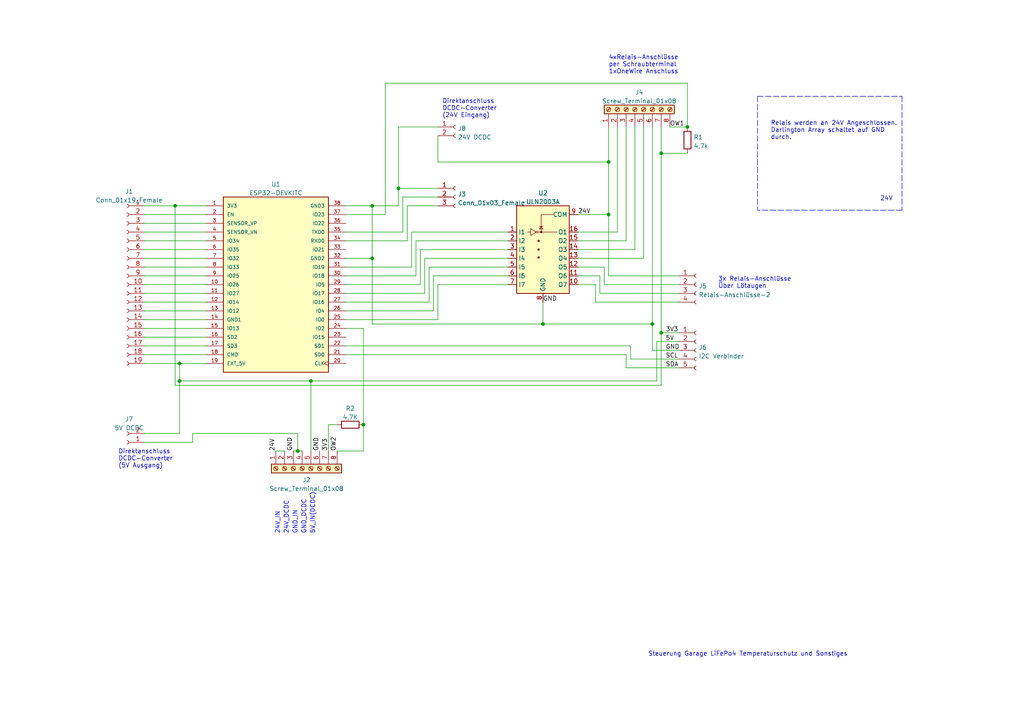
<source format=kicad_sch>
(kicad_sch (version 20211123) (generator eeschema)
  (paper "A4")
  (lib_symbols
    (symbol "Connector:Conn_01x02_Female" (pin_names (offset 1.016) hide)
      (property "Reference" "J" (at 0 2.54 0))
      (property "Value" "Conn_01x02_Female" (at 0 -5.08 0))
      (symbol "Conn_01x02_Female_1_1"
        (arc (start 0 -2.032) (mid -0.508 -2.54) (end 0 -3.048) (stroke (width 0.1524)))
        (polyline (pts (xy -1.27 -2.54) (xy -0.508 -2.54)) (stroke (width 0.1524)))
        (polyline (pts (xy -1.27 0) (xy -0.508 0)) (stroke (width 0.1524)))
        (arc (start 0 0.508) (mid -0.508 0) (end 0 -0.508) (stroke (width 0.1524)))
        (pin passive line (at -5.08 0 0) (length 3.81) (name "Pin_1") (number "1"))
        (pin passive line (at -5.08 -2.54 0) (length 3.81) (name "Pin_2") (number "2"))
      )
    )
    (symbol "Connector:Conn_01x03_Female" (pin_names (offset 1.016) hide)
      (property "Reference" "J" (at 0 5.08 0))
      (property "Value" "Conn_01x03_Female" (at 0 -5.08 0))
      (symbol "Conn_01x03_Female_1_1"
        (arc (start 0 -2.032) (mid -0.508 -2.54) (end 0 -3.048) (stroke (width 0.1524)))
        (polyline (pts (xy -1.27 -2.54) (xy -0.508 -2.54)) (stroke (width 0.1524)))
        (polyline (pts (xy -1.27 0) (xy -0.508 0)) (stroke (width 0.1524)))
        (polyline (pts (xy -1.27 2.54) (xy -0.508 2.54)) (stroke (width 0.1524)))
        (arc (start 0 0.508) (mid -0.508 0) (end 0 -0.508) (stroke (width 0.1524)))
        (arc (start 0 3.048) (mid -0.508 2.54) (end 0 2.032) (stroke (width 0.1524)))
        (pin passive line (at -5.08 2.54 0) (length 3.81) (name "Pin_1") (number "1"))
        (pin passive line (at -5.08 0 0) (length 3.81) (name "Pin_2") (number "2"))
        (pin passive line (at -5.08 -2.54 0) (length 3.81) (name "Pin_3") (number "3"))
      )
    )
    (symbol "Connector:Conn_01x04_Female" (pin_names (offset 1.016) hide)
      (property "Reference" "J" (at 0 5.08 0))
      (property "Value" "Conn_01x04_Female" (at 0 -7.62 0))
      (symbol "Conn_01x04_Female_1_1"
        (arc (start 0 -4.572) (mid -0.508 -5.08) (end 0 -5.588) (stroke (width 0.1524)))
        (arc (start 0 -2.032) (mid -0.508 -2.54) (end 0 -3.048) (stroke (width 0.1524)))
        (polyline (pts (xy -1.27 -5.08) (xy -0.508 -5.08)) (stroke (width 0.1524)))
        (polyline (pts (xy -1.27 -2.54) (xy -0.508 -2.54)) (stroke (width 0.1524)))
        (polyline (pts (xy -1.27 0) (xy -0.508 0)) (stroke (width 0.1524)))
        (polyline (pts (xy -1.27 2.54) (xy -0.508 2.54)) (stroke (width 0.1524)))
        (arc (start 0 0.508) (mid -0.508 0) (end 0 -0.508) (stroke (width 0.1524)))
        (arc (start 0 3.048) (mid -0.508 2.54) (end 0 2.032) (stroke (width 0.1524)))
        (pin passive line (at -5.08 2.54 0) (length 3.81) (name "Pin_1") (number "1"))
        (pin passive line (at -5.08 0 0) (length 3.81) (name "Pin_2") (number "2"))
        (pin passive line (at -5.08 -2.54 0) (length 3.81) (name "Pin_3") (number "3"))
        (pin passive line (at -5.08 -5.08 0) (length 3.81) (name "Pin_4") (number "4"))
      )
    )
    (symbol "Connector:Conn_01x05_Female" (pin_names (offset 1.016) hide)
      (property "Reference" "J" (at 0 7.62 0))
      (property "Value" "Conn_01x05_Female" (at 0 -7.62 0))
      (symbol "Conn_01x05_Female_1_1"
        (arc (start 0 -4.572) (mid -0.508 -5.08) (end 0 -5.588) (stroke (width 0.1524)))
        (arc (start 0 -2.032) (mid -0.508 -2.54) (end 0 -3.048) (stroke (width 0.1524)))
        (polyline (pts (xy -1.27 -5.08) (xy -0.508 -5.08)) (stroke (width 0.1524)))
        (polyline (pts (xy -1.27 -2.54) (xy -0.508 -2.54)) (stroke (width 0.1524)))
        (polyline (pts (xy -1.27 0) (xy -0.508 0)) (stroke (width 0.1524)))
        (polyline (pts (xy -1.27 2.54) (xy -0.508 2.54)) (stroke (width 0.1524)))
        (polyline (pts (xy -1.27 5.08) (xy -0.508 5.08)) (stroke (width 0.1524)))
        (arc (start 0 0.508) (mid -0.508 0) (end 0 -0.508) (stroke (width 0.1524)))
        (arc (start 0 3.048) (mid -0.508 2.54) (end 0 2.032) (stroke (width 0.1524)))
        (arc (start 0 5.588) (mid -0.508 5.08) (end 0 4.572) (stroke (width 0.1524)))
        (pin passive line (at -5.08 5.08 0) (length 3.81) (name "Pin_1") (number "1"))
        (pin passive line (at -5.08 2.54 0) (length 3.81) (name "Pin_2") (number "2"))
        (pin passive line (at -5.08 0 0) (length 3.81) (name "Pin_3") (number "3"))
        (pin passive line (at -5.08 -2.54 0) (length 3.81) (name "Pin_4") (number "4"))
        (pin passive line (at -5.08 -5.08 0) (length 3.81) (name "Pin_5") (number "5"))
      )
    )
    (symbol "Connector:Conn_01x19_Female" (pin_names (offset 1.016) hide)
      (property "Reference" "J" (at 0 25.4 0))
      (property "Value" "Conn_01x19_Female" (at 0 -25.4 0))
      (symbol "Conn_01x19_Female_1_1"
        (arc (start 0 -22.352) (mid -0.508 -22.86) (end 0 -23.368) (stroke (width 0.1524)))
        (arc (start 0 -19.812) (mid -0.508 -20.32) (end 0 -20.828) (stroke (width 0.1524)))
        (arc (start 0 -17.272) (mid -0.508 -17.78) (end 0 -18.288) (stroke (width 0.1524)))
        (arc (start 0 -14.732) (mid -0.508 -15.24) (end 0 -15.748) (stroke (width 0.1524)))
        (arc (start 0 -12.192) (mid -0.508 -12.7) (end 0 -13.208) (stroke (width 0.1524)))
        (arc (start 0 -9.652) (mid -0.508 -10.16) (end 0 -10.668) (stroke (width 0.1524)))
        (arc (start 0 -7.112) (mid -0.508 -7.62) (end 0 -8.128) (stroke (width 0.1524)))
        (arc (start 0 -4.572) (mid -0.508 -5.08) (end 0 -5.588) (stroke (width 0.1524)))
        (arc (start 0 -2.032) (mid -0.508 -2.54) (end 0 -3.048) (stroke (width 0.1524)))
        (polyline (pts (xy -1.27 -22.86) (xy -0.508 -22.86)) (stroke (width 0.1524)))
        (polyline (pts (xy -1.27 -20.32) (xy -0.508 -20.32)) (stroke (width 0.1524)))
        (polyline (pts (xy -1.27 -17.78) (xy -0.508 -17.78)) (stroke (width 0.1524)))
        (polyline (pts (xy -1.27 -15.24) (xy -0.508 -15.24)) (stroke (width 0.1524)))
        (polyline (pts (xy -1.27 -12.7) (xy -0.508 -12.7)) (stroke (width 0.1524)))
        (polyline (pts (xy -1.27 -10.16) (xy -0.508 -10.16)) (stroke (width 0.1524)))
        (polyline (pts (xy -1.27 -7.62) (xy -0.508 -7.62)) (stroke (width 0.1524)))
        (polyline (pts (xy -1.27 -5.08) (xy -0.508 -5.08)) (stroke (width 0.1524)))
        (polyline (pts (xy -1.27 -2.54) (xy -0.508 -2.54)) (stroke (width 0.1524)))
        (polyline (pts (xy -1.27 0) (xy -0.508 0)) (stroke (width 0.1524)))
        (polyline (pts (xy -1.27 2.54) (xy -0.508 2.54)) (stroke (width 0.1524)))
        (polyline (pts (xy -1.27 5.08) (xy -0.508 5.08)) (stroke (width 0.1524)))
        (polyline (pts (xy -1.27 7.62) (xy -0.508 7.62)) (stroke (width 0.1524)))
        (polyline (pts (xy -1.27 10.16) (xy -0.508 10.16)) (stroke (width 0.1524)))
        (polyline (pts (xy -1.27 12.7) (xy -0.508 12.7)) (stroke (width 0.1524)))
        (polyline (pts (xy -1.27 15.24) (xy -0.508 15.24)) (stroke (width 0.1524)))
        (polyline (pts (xy -1.27 17.78) (xy -0.508 17.78)) (stroke (width 0.1524)))
        (polyline (pts (xy -1.27 20.32) (xy -0.508 20.32)) (stroke (width 0.1524)))
        (polyline (pts (xy -1.27 22.86) (xy -0.508 22.86)) (stroke (width 0.1524)))
        (arc (start 0 0.508) (mid -0.508 0) (end 0 -0.508) (stroke (width 0.1524)))
        (arc (start 0 3.048) (mid -0.508 2.54) (end 0 2.032) (stroke (width 0.1524)))
        (arc (start 0 5.588) (mid -0.508 5.08) (end 0 4.572) (stroke (width 0.1524)))
        (arc (start 0 8.128) (mid -0.508 7.62) (end 0 7.112) (stroke (width 0.1524)))
        (arc (start 0 10.668) (mid -0.508 10.16) (end 0 9.652) (stroke (width 0.1524)))
        (arc (start 0 13.208) (mid -0.508 12.7) (end 0 12.192) (stroke (width 0.1524)))
        (arc (start 0 15.748) (mid -0.508 15.24) (end 0 14.732) (stroke (width 0.1524)))
        (arc (start 0 18.288) (mid -0.508 17.78) (end 0 17.272) (stroke (width 0.1524)))
        (arc (start 0 20.828) (mid -0.508 20.32) (end 0 19.812) (stroke (width 0.1524)))
        (arc (start 0 23.368) (mid -0.508 22.86) (end 0 22.352) (stroke (width 0.1524)))
        (pin passive line (at -5.08 22.86 0) (length 3.81) (name "Pin_1") (number "1"))
        (pin passive line (at -5.08 0 0) (length 3.81) (name "Pin_10") (number "10"))
        (pin passive line (at -5.08 -2.54 0) (length 3.81) (name "Pin_11") (number "11"))
        (pin passive line (at -5.08 -5.08 0) (length 3.81) (name "Pin_12") (number "12"))
        (pin passive line (at -5.08 -7.62 0) (length 3.81) (name "Pin_13") (number "13"))
        (pin passive line (at -5.08 -10.16 0) (length 3.81) (name "Pin_14") (number "14"))
        (pin passive line (at -5.08 -12.7 0) (length 3.81) (name "Pin_15") (number "15"))
        (pin passive line (at -5.08 -15.24 0) (length 3.81) (name "Pin_16") (number "16"))
        (pin passive line (at -5.08 -17.78 0) (length 3.81) (name "Pin_17") (number "17"))
        (pin passive line (at -5.08 -20.32 0) (length 3.81) (name "Pin_18") (number "18"))
        (pin passive line (at -5.08 -22.86 0) (length 3.81) (name "Pin_19") (number "19"))
        (pin passive line (at -5.08 20.32 0) (length 3.81) (name "Pin_2") (number "2"))
        (pin passive line (at -5.08 17.78 0) (length 3.81) (name "Pin_3") (number "3"))
        (pin passive line (at -5.08 15.24 0) (length 3.81) (name "Pin_4") (number "4"))
        (pin passive line (at -5.08 12.7 0) (length 3.81) (name "Pin_5") (number "5"))
        (pin passive line (at -5.08 10.16 0) (length 3.81) (name "Pin_6") (number "6"))
        (pin passive line (at -5.08 7.62 0) (length 3.81) (name "Pin_7") (number "7"))
        (pin passive line (at -5.08 5.08 0) (length 3.81) (name "Pin_8") (number "8"))
        (pin passive line (at -5.08 2.54 0) (length 3.81) (name "Pin_9") (number "9"))
      )
    )
    (symbol "Connector:Screw_Terminal_01x08" (pin_names (offset 1.016) hide)
      (property "Reference" "J" (at 0 10.16 0))
      (property "Value" "Screw_Terminal_01x08" (at 0 -12.7 0))
      (symbol "Screw_Terminal_01x08_1_1"
        (rectangle (start -1.27 8.89) (end 1.27 -11.43) (stroke (width 0.254)) (fill (type background)))
        (circle (center 0 -10.16) (radius 0.635) (stroke (width 0.1524)))
        (circle (center 0 -7.62) (radius 0.635) (stroke (width 0.1524)))
        (circle (center 0 -5.08) (radius 0.635) (stroke (width 0.1524)))
        (circle (center 0 -2.54) (radius 0.635) (stroke (width 0.1524)))
        (polyline (pts (xy -0.5334 -9.8298) (xy 0.3302 -10.668)) (stroke (width 0.1524)))
        (polyline (pts (xy -0.5334 -7.2898) (xy 0.3302 -8.128)) (stroke (width 0.1524)))
        (polyline (pts (xy -0.5334 -4.7498) (xy 0.3302 -5.588)) (stroke (width 0.1524)))
        (polyline (pts (xy -0.5334 -2.2098) (xy 0.3302 -3.048)) (stroke (width 0.1524)))
        (polyline (pts (xy -0.5334 0.3302) (xy 0.3302 -0.508)) (stroke (width 0.1524)))
        (polyline (pts (xy -0.5334 2.8702) (xy 0.3302 2.032)) (stroke (width 0.1524)))
        (polyline (pts (xy -0.5334 5.4102) (xy 0.3302 4.572)) (stroke (width 0.1524)))
        (polyline (pts (xy -0.5334 7.9502) (xy 0.3302 7.112)) (stroke (width 0.1524)))
        (polyline (pts (xy -0.3556 -9.652) (xy 0.508 -10.4902)) (stroke (width 0.1524)))
        (polyline (pts (xy -0.3556 -7.112) (xy 0.508 -7.9502)) (stroke (width 0.1524)))
        (polyline (pts (xy -0.3556 -4.572) (xy 0.508 -5.4102)) (stroke (width 0.1524)))
        (polyline (pts (xy -0.3556 -2.032) (xy 0.508 -2.8702)) (stroke (width 0.1524)))
        (polyline (pts (xy -0.3556 0.508) (xy 0.508 -0.3302)) (stroke (width 0.1524)))
        (polyline (pts (xy -0.3556 3.048) (xy 0.508 2.2098)) (stroke (width 0.1524)))
        (polyline (pts (xy -0.3556 5.588) (xy 0.508 4.7498)) (stroke (width 0.1524)))
        (polyline (pts (xy -0.3556 8.128) (xy 0.508 7.2898)) (stroke (width 0.1524)))
        (circle (center 0 0) (radius 0.635) (stroke (width 0.1524)))
        (circle (center 0 2.54) (radius 0.635) (stroke (width 0.1524)))
        (circle (center 0 5.08) (radius 0.635) (stroke (width 0.1524)))
        (circle (center 0 7.62) (radius 0.635) (stroke (width 0.1524)))
        (pin passive line (at -5.08 7.62 0) (length 3.81) (name "Pin_1") (number "1"))
        (pin passive line (at -5.08 5.08 0) (length 3.81) (name "Pin_2") (number "2"))
        (pin passive line (at -5.08 2.54 0) (length 3.81) (name "Pin_3") (number "3"))
        (pin passive line (at -5.08 0 0) (length 3.81) (name "Pin_4") (number "4"))
        (pin passive line (at -5.08 -2.54 0) (length 3.81) (name "Pin_5") (number "5"))
        (pin passive line (at -5.08 -5.08 0) (length 3.81) (name "Pin_6") (number "6"))
        (pin passive line (at -5.08 -7.62 0) (length 3.81) (name "Pin_7") (number "7"))
        (pin passive line (at -5.08 -10.16 0) (length 3.81) (name "Pin_8") (number "8"))
      )
    )
    (symbol "Device:R" (pin_numbers hide) (pin_names (offset 0))
      (property "Reference" "R" (at 2.032 0 90))
      (property "Value" "R" (at 0 0 90))
      (symbol "R_0_1"
        (rectangle (start -1.016 -2.54) (end 1.016 2.54) (stroke (width 0.254)))
      )
      (symbol "R_1_1"
        (pin passive line (at 0 3.81 270) (length 1.27) (name "~") (number "1"))
        (pin passive line (at 0 -3.81 90) (length 1.27) (name "~") (number "2"))
      )
    )
    (symbol "ESP32-DEVKITC:ESP32-DEVKITC" (pin_names (offset 1.016))
      (property "Reference" "U" (at -15.2572 26.0643 0))
      (property "Value" "ESP32-DEVKITC" (at -15.2563 -27.9698 0))
      (symbol "ESP32-DEVKITC_0_0"
        (rectangle (start -15.24 -25.4) (end 15.24 25.4) (stroke (width 0.254)) (fill (type background)))
        (pin power_in line (at -20.32 22.86 0) (length 5.08) (name "3V3") (number "1"))
        (pin bidirectional line (at -20.32 0 0) (length 5.08) (name "IO26") (number "10"))
        (pin bidirectional line (at -20.32 -2.54 0) (length 5.08) (name "IO27") (number "11"))
        (pin bidirectional line (at -20.32 -5.08 0) (length 5.08) (name "IO14") (number "12"))
        (pin bidirectional line (at -20.32 -7.62 0) (length 5.08) (name "IO12") (number "13"))
        (pin power_in line (at -20.32 -10.16 0) (length 5.08) (name "GND1") (number "14"))
        (pin bidirectional line (at -20.32 -12.7 0) (length 5.08) (name "IO13") (number "15"))
        (pin bidirectional line (at -20.32 -15.24 0) (length 5.08) (name "SD2") (number "16"))
        (pin bidirectional line (at -20.32 -17.78 0) (length 5.08) (name "SD3") (number "17"))
        (pin bidirectional line (at -20.32 -20.32 0) (length 5.08) (name "CMD") (number "18"))
        (pin power_in line (at -20.32 -22.86 0) (length 5.08) (name "EXT_5V") (number "19"))
        (pin input line (at -20.32 20.32 0) (length 5.08) (name "EN") (number "2"))
        (pin input clock (at 20.32 -22.86 180) (length 5.08) (name "CLK") (number "20"))
        (pin bidirectional line (at 20.32 -20.32 180) (length 5.08) (name "SD0") (number "21"))
        (pin bidirectional line (at 20.32 -17.78 180) (length 5.08) (name "SD1") (number "22"))
        (pin bidirectional line (at 20.32 -15.24 180) (length 5.08) (name "IO15") (number "23"))
        (pin bidirectional line (at 20.32 -12.7 180) (length 5.08) (name "IO2") (number "24"))
        (pin bidirectional line (at 20.32 -10.16 180) (length 5.08) (name "IO0") (number "25"))
        (pin bidirectional line (at 20.32 -7.62 180) (length 5.08) (name "IO4") (number "26"))
        (pin bidirectional line (at 20.32 -5.08 180) (length 5.08) (name "IO16") (number "27"))
        (pin bidirectional line (at 20.32 -2.54 180) (length 5.08) (name "IO17") (number "28"))
        (pin bidirectional line (at 20.32 0 180) (length 5.08) (name "IO5") (number "29"))
        (pin input line (at -20.32 17.78 0) (length 5.08) (name "SENSOR_VP") (number "3"))
        (pin bidirectional line (at 20.32 2.54 180) (length 5.08) (name "IO18") (number "30"))
        (pin bidirectional line (at 20.32 5.08 180) (length 5.08) (name "IO19") (number "31"))
        (pin power_in line (at 20.32 7.62 180) (length 5.08) (name "GND2") (number "32"))
        (pin bidirectional line (at 20.32 10.16 180) (length 5.08) (name "IO21") (number "33"))
        (pin input line (at 20.32 12.7 180) (length 5.08) (name "RXD0") (number "34"))
        (pin output line (at 20.32 15.24 180) (length 5.08) (name "TXD0") (number "35"))
        (pin bidirectional line (at 20.32 17.78 180) (length 5.08) (name "IO22") (number "36"))
        (pin bidirectional line (at 20.32 20.32 180) (length 5.08) (name "IO23") (number "37"))
        (pin power_in line (at 20.32 22.86 180) (length 5.08) (name "GND3") (number "38"))
        (pin input line (at -20.32 15.24 0) (length 5.08) (name "SENSOR_VN") (number "4"))
        (pin bidirectional line (at -20.32 12.7 0) (length 5.08) (name "IO34") (number "5"))
        (pin bidirectional line (at -20.32 10.16 0) (length 5.08) (name "IO35") (number "6"))
        (pin bidirectional line (at -20.32 7.62 0) (length 5.08) (name "IO32") (number "7"))
        (pin bidirectional line (at -20.32 5.08 0) (length 5.08) (name "IO33") (number "8"))
        (pin bidirectional line (at -20.32 2.54 0) (length 5.08) (name "IO25") (number "9"))
      )
    )
    (symbol "Transistor_Array:ULN2003A"
      (property "Reference" "U" (at 0 15.875 0))
      (property "Value" "ULN2003A" (at 0 13.97 0))
      (symbol "ULN2003A_0_1"
        (rectangle (start -7.62 -12.7) (end 7.62 12.7) (stroke (width 0.254)) (fill (type background)))
        (circle (center -1.778 5.08) (radius 0.254))
        (circle (center -1.27 -2.286) (radius 0.254) (fill (type outline)))
        (circle (center -1.27 0) (radius 0.254) (fill (type outline)))
        (circle (center -1.27 2.54) (radius 0.254) (fill (type outline)))
        (circle (center -0.508 5.08) (radius 0.254) (fill (type outline)))
        (polyline (pts (xy -4.572 5.08) (xy -3.556 5.08)))
        (polyline (pts (xy -1.524 5.08) (xy 4.064 5.08)))
        (polyline (pts (xy 0 6.731) (xy -1.016 6.731)))
        (polyline (pts (xy -0.508 5.08) (xy -0.508 10.16) (xy 2.921 10.16)))
        (polyline (pts (xy -3.556 6.096) (xy -3.556 4.064) (xy -2.032 5.08) (xy -3.556 6.096)))
        (polyline (pts (xy 0 5.969) (xy -1.016 5.969) (xy -0.508 6.731) (xy 0 5.969)))
      )
      (symbol "ULN2003A_1_1"
        (pin input line (at -10.16 5.08 0) (length 2.54) (name "I1") (number "1"))
        (pin open_collector line (at 10.16 -10.16 180) (length 2.54) (name "O7") (number "10"))
        (pin open_collector line (at 10.16 -7.62 180) (length 2.54) (name "O6") (number "11"))
        (pin open_collector line (at 10.16 -5.08 180) (length 2.54) (name "O5") (number "12"))
        (pin open_collector line (at 10.16 -2.54 180) (length 2.54) (name "O4") (number "13"))
        (pin open_collector line (at 10.16 0 180) (length 2.54) (name "O3") (number "14"))
        (pin open_collector line (at 10.16 2.54 180) (length 2.54) (name "O2") (number "15"))
        (pin open_collector line (at 10.16 5.08 180) (length 2.54) (name "O1") (number "16"))
        (pin input line (at -10.16 2.54 0) (length 2.54) (name "I2") (number "2"))
        (pin input line (at -10.16 0 0) (length 2.54) (name "I3") (number "3"))
        (pin input line (at -10.16 -2.54 0) (length 2.54) (name "I4") (number "4"))
        (pin input line (at -10.16 -5.08 0) (length 2.54) (name "I5") (number "5"))
        (pin input line (at -10.16 -7.62 0) (length 2.54) (name "I6") (number "6"))
        (pin input line (at -10.16 -10.16 0) (length 2.54) (name "I7") (number "7"))
        (pin power_in line (at 0 -15.24 90) (length 2.54) (name "GND") (number "8"))
        (pin passive line (at 10.16 10.16 180) (length 2.54) (name "COM") (number "9"))
      )
    )
  )
  (junction (at 157.48 93.98))
  (junction (at 189.23 93.98))
  (junction (at 199.39 36.83))
  (junction (at 191.77 96.52))
  (junction (at 115.57 54.61))
  (junction (at 90.17 110.49))
  (junction (at 191.77 44.45))
  (junction (at 105.41 123.19))
  (junction (at 107.95 74.93))
  (junction (at 176.53 46.99))
  (junction (at 86.36 130.81))
  (junction (at 52.07 105.41))
  (junction (at 107.95 59.69))
  (junction (at 52.07 110.49))
  (junction (at 176.53 62.23))
  (junction (at 50.8 59.69))
  (polyline (pts (xy 219.71 27.94) (xy 261.62 27.94)))
  (wire (pts (xy 167.64 67.31) (xy 179.07 67.31)))
  (wire (pts (xy 41.91 100.33) (xy 59.69 100.33)))
  (wire (pts (xy 41.91 74.93) (xy 59.69 74.93)))
  (wire (pts (xy 167.64 74.93) (xy 186.69 74.93)))
  (wire (pts (xy 90.17 110.49) (xy 190.5 110.49)))
  (wire (pts (xy 176.53 62.23) (xy 176.53 80.01)))
  (wire (pts (xy 175.26 77.47) (xy 175.26 82.55)))
  (wire (pts (xy 41.91 95.25) (xy 59.69 95.25)))
  (wire (pts (xy 105.41 130.81) (xy 97.79 130.81)))
  (wire (pts (xy 52.07 110.49) (xy 90.17 110.49)))
  (wire (pts (xy 100.33 102.87) (xy 181.61 102.87)))
  (wire (pts (xy 55.88 125.73) (xy 55.88 128.27)))
  (wire (pts (xy 41.91 80.01) (xy 59.69 80.01)))
  (wire (pts (xy 95.25 123.19) (xy 95.25 130.81)))
  (wire (pts (xy 41.91 105.41) (xy 52.07 105.41)))
  (wire (pts (xy 52.07 125.73) (xy 41.91 125.73)))
  (polyline (pts (xy 261.62 60.96) (xy 219.71 60.96)))
  (wire (pts (xy 86.36 130.81) (xy 87.63 130.81)))
  (wire (pts (xy 176.53 46.99) (xy 176.53 62.23)))
  (wire (pts (xy 116.84 57.15) (xy 127 57.15)))
  (wire (pts (xy 100.33 67.31) (xy 116.84 67.31)))
  (wire (pts (xy 115.57 54.61) (xy 127 54.61)))
  (wire (pts (xy 181.61 69.85) (xy 181.61 36.83)))
  (wire (pts (xy 121.92 72.39) (xy 147.32 72.39)))
  (wire (pts (xy 41.91 85.09) (xy 59.69 85.09)))
  (wire (pts (xy 176.53 62.23) (xy 167.64 62.23)))
  (wire (pts (xy 41.91 97.79) (xy 59.69 97.79)))
  (wire (pts (xy 105.41 123.19) (xy 105.41 130.81)))
  (wire (pts (xy 111.76 62.23) (xy 111.76 24.13)))
  (wire (pts (xy 199.39 24.13) (xy 199.39 36.83)))
  (wire (pts (xy 52.07 105.41) (xy 52.07 110.49)))
  (wire (pts (xy 127 46.99) (xy 127 39.37)))
  (wire (pts (xy 172.72 82.55) (xy 172.72 87.63)))
  (wire (pts (xy 191.77 44.45) (xy 199.39 44.45)))
  (wire (pts (xy 167.64 80.01) (xy 173.99 80.01)))
  (wire (pts (xy 100.33 59.69) (xy 107.95 59.69)))
  (wire (pts (xy 119.38 77.47) (xy 119.38 67.31)))
  (wire (pts (xy 41.91 102.87) (xy 59.69 102.87)))
  (wire (pts (xy 100.33 74.93) (xy 107.95 74.93)))
  (wire (pts (xy 41.91 62.23) (xy 59.69 62.23)))
  (wire (pts (xy 182.88 104.14) (xy 196.85 104.14)))
  (wire (pts (xy 125.73 90.17) (xy 125.73 80.01)))
  (wire (pts (xy 120.65 69.85) (xy 147.32 69.85)))
  (wire (pts (xy 191.77 44.45) (xy 191.77 96.52)))
  (wire (pts (xy 107.95 59.69) (xy 107.95 74.93)))
  (wire (pts (xy 189.23 36.83) (xy 189.23 93.98)))
  (wire (pts (xy 59.69 105.41) (xy 52.07 105.41)))
  (wire (pts (xy 85.09 130.81) (xy 86.36 130.81)))
  (wire (pts (xy 191.77 96.52) (xy 196.85 96.52)))
  (wire (pts (xy 176.53 36.83) (xy 176.53 46.99)))
  (wire (pts (xy 119.38 67.31) (xy 147.32 67.31)))
  (wire (pts (xy 52.07 110.49) (xy 52.07 125.73)))
  (wire (pts (xy 123.19 85.09) (xy 123.19 74.93)))
  (wire (pts (xy 100.33 77.47) (xy 119.38 77.47)))
  (wire (pts (xy 167.64 69.85) (xy 181.61 69.85)))
  (wire (pts (xy 80.01 130.81) (xy 82.55 130.81)))
  (wire (pts (xy 115.57 59.69) (xy 115.57 54.61)))
  (wire (pts (xy 50.8 59.69) (xy 59.69 59.69)))
  (wire (pts (xy 100.33 82.55) (xy 121.92 82.55)))
  (wire (pts (xy 41.91 77.47) (xy 59.69 77.47)))
  (wire (pts (xy 50.8 111.76) (xy 50.8 59.69)))
  (wire (pts (xy 111.76 24.13) (xy 199.39 24.13)))
  (wire (pts (xy 123.19 74.93) (xy 147.32 74.93)))
  (wire (pts (xy 176.53 80.01) (xy 196.85 80.01)))
  (wire (pts (xy 100.33 90.17) (xy 125.73 90.17)))
  (polyline (pts (xy 261.62 27.94) (xy 261.62 60.96)))
  (wire (pts (xy 100.33 62.23) (xy 111.76 62.23)))
  (wire (pts (xy 182.88 100.33) (xy 182.88 104.14)))
  (wire (pts (xy 41.91 67.31) (xy 59.69 67.31)))
  (wire (pts (xy 100.33 69.85) (xy 118.11 69.85)))
  (wire (pts (xy 179.07 67.31) (xy 179.07 36.83)))
  (wire (pts (xy 100.33 95.25) (xy 105.41 95.25)))
  (wire (pts (xy 173.99 80.01) (xy 173.99 85.09)))
  (wire (pts (xy 189.23 93.98) (xy 189.23 101.6)))
  (wire (pts (xy 199.39 36.83) (xy 194.31 36.83)))
  (wire (pts (xy 100.33 92.71) (xy 127 92.71)))
  (wire (pts (xy 86.36 130.81) (xy 86.36 125.73)))
  (wire (pts (xy 167.64 82.55) (xy 172.72 82.55)))
  (wire (pts (xy 124.46 87.63) (xy 124.46 77.47)))
  (wire (pts (xy 124.46 77.47) (xy 147.32 77.47)))
  (wire (pts (xy 176.53 46.99) (xy 127 46.99)))
  (wire (pts (xy 97.79 123.19) (xy 95.25 123.19)))
  (wire (pts (xy 116.84 67.31) (xy 116.84 57.15)))
  (wire (pts (xy 167.64 77.47) (xy 175.26 77.47)))
  (wire (pts (xy 181.61 106.68) (xy 196.85 106.68)))
  (wire (pts (xy 100.33 87.63) (xy 124.46 87.63)))
  (wire (pts (xy 41.91 87.63) (xy 59.69 87.63)))
  (wire (pts (xy 118.11 59.69) (xy 127 59.69)))
  (wire (pts (xy 186.69 74.93) (xy 186.69 36.83)))
  (wire (pts (xy 184.15 72.39) (xy 184.15 36.83)))
  (wire (pts (xy 191.77 96.52) (xy 191.77 111.76)))
  (wire (pts (xy 175.26 82.55) (xy 196.85 82.55)))
  (wire (pts (xy 127 36.83) (xy 115.57 36.83)))
  (wire (pts (xy 157.48 93.98) (xy 107.95 93.98)))
  (wire (pts (xy 115.57 36.83) (xy 115.57 54.61)))
  (wire (pts (xy 167.64 72.39) (xy 184.15 72.39)))
  (wire (pts (xy 120.65 80.01) (xy 120.65 69.85)))
  (wire (pts (xy 121.92 82.55) (xy 121.92 72.39)))
  (wire (pts (xy 118.11 69.85) (xy 118.11 59.69)))
  (wire (pts (xy 41.91 90.17) (xy 59.69 90.17)))
  (wire (pts (xy 189.23 93.98) (xy 157.48 93.98)))
  (wire (pts (xy 189.23 101.6) (xy 196.85 101.6)))
  (wire (pts (xy 100.33 80.01) (xy 120.65 80.01)))
  (wire (pts (xy 157.48 93.98) (xy 157.48 87.63)))
  (wire (pts (xy 41.91 69.85) (xy 59.69 69.85)))
  (wire (pts (xy 41.91 72.39) (xy 59.69 72.39)))
  (wire (pts (xy 41.91 59.69) (xy 50.8 59.69)))
  (wire (pts (xy 100.33 85.09) (xy 123.19 85.09)))
  (wire (pts (xy 191.77 111.76) (xy 50.8 111.76)))
  (wire (pts (xy 191.77 36.83) (xy 191.77 44.45)))
  (wire (pts (xy 107.95 74.93) (xy 107.95 93.98)))
  (wire (pts (xy 173.99 85.09) (xy 196.85 85.09)))
  (wire (pts (xy 190.5 99.06) (xy 196.85 99.06)))
  (wire (pts (xy 181.61 102.87) (xy 181.61 106.68)))
  (wire (pts (xy 172.72 87.63) (xy 196.85 87.63)))
  (wire (pts (xy 90.17 110.49) (xy 90.17 130.81)))
  (wire (pts (xy 107.95 59.69) (xy 115.57 59.69)))
  (wire (pts (xy 127 82.55) (xy 147.32 82.55)))
  (wire (pts (xy 190.5 110.49) (xy 190.5 99.06)))
  (wire (pts (xy 125.73 80.01) (xy 147.32 80.01)))
  (polyline (pts (xy 219.71 27.94) (xy 219.71 60.96)))
  (wire (pts (xy 127 92.71) (xy 127 82.55)))
  (wire (pts (xy 41.91 64.77) (xy 59.69 64.77)))
  (wire (pts (xy 55.88 128.27) (xy 41.91 128.27)))
  (wire (pts (xy 105.41 95.25) (xy 105.41 123.19)))
  (wire (pts (xy 41.91 82.55) (xy 59.69 82.55)))
  (wire (pts (xy 86.36 125.73) (xy 55.88 125.73)))
  (wire (pts (xy 100.33 100.33) (xy 182.88 100.33)))
  (wire (pts (xy 41.91 92.71) (xy 59.69 92.71)))
  (text "Direktanschluss\nDCDC-Converter\n(5V Ausgang)" (at 34.29 135.89 0) (effects (font (size 1.27 1.27)) (justify left bottom)))
  (text "3x Relais-Anschlüsse\nÜber Lötaugen" (at 208.28 83.82 0) (effects (font (size 1.27 1.27)) (justify left bottom)))
  (text "GND_IN" (at 86.36 154.94 90) (effects (font (size 1.27 1.27)) (justify left bottom)))
  (text "GND_DCDC" (at 88.9 154.94 90) (effects (font (size 1.27 1.27)) (justify left bottom)))
  (text "24V_DCDC" (at 83.82 154.94 90) (effects (font (size 1.27 1.27)) (justify left bottom)))
  (text "5V_IN(DCDC)" (at 91.44 154.94 90) (effects (font (size 1.27 1.27)) (justify left bottom)))
  (text "Steuerung Garage LiFePo4 Temperaturschutz und Sonstiges" (at 187.96 190.5 0) (effects (font (size 1.27 1.27)) (justify left bottom)))
  (text "Relais werden an 24V Angeschlossen.\nDarlington Array schaltet auf GND\ndurch." (at 223.52 40.64 0) (effects (font (size 1.27 1.27)) (justify left bottom)))
  (text "4xRelais-Anschlüsse\nper Schraubterminal\n1xOneWire Anschluss" (at 176.53 21.59 0) (effects (font (size 1.27 1.27)) (justify left bottom)))
  (text "Direktanschluss\nDCDC-Converter\n(24V Eingang)" (at 128.27 34.29 0) (effects (font (size 1.27 1.27)) (justify left bottom)))
  (text "24V_IN" (at 81.28 154.94 90) (effects (font (size 1.27 1.27)) (justify left bottom)))
  (text "24V" (at 255.27 58.42 0) (effects (font (size 1.27 1.27)) (justify left bottom)))
  (label "3V3" (at 193.04 96.52 0))
  (label "5V" (at 193.04 99.06 0))
  (label "24V" (at 167.64 62.23 0))
  (label "SCL" (at 193.04 104.14 0))
  (label "SDA" (at 193.04 106.68 0))
  (label "OW2" (at 97.79 130.81 90))
  (label "GND" (at 157.48 87.63 0))
  (label "GND" (at 92.71 130.81 90))
  (label "24V" (at 80.01 130.81 90))
  (label "OW1" (at 194.31 36.83 0))
  (label "3V3" (at 95.25 130.81 90))
  (label "GND" (at 193.04 101.6 0))
  (label "GND" (at 85.09 130.81 90))
  (symbol (lib_id "Connector:Conn_01x03_Female") (at 132.08 57.15 0) (unit 1)
    (property "Reference" "J3" (at 132.7912 56.3153 0) (effects (justify left)))
    (property "Value" "Conn_01x03_Female" (at 132.7912 58.8522 0) (effects (justify left)))
    (property "Footprint" "Connector_PinSocket_2.54mm:PinSocket_1x03_P2.54mm_Vertical" (effects hide))
  )
  (symbol (lib_id "Device:R") (at 199.39 40.64 0) (unit 1)
    (property "Reference" "R1" (at 201.168 39.8053 0) (effects (justify left)))
    (property "Value" "4,7k" (at 201.168 42.3422 0) (effects (justify left)))
    (property "Footprint" "Resistor_THT:R_Axial_DIN0309_L9.0mm_D3.2mm_P12.70mm_Horizontal" (effects hide))
  )
  (symbol (lib_id "Connector:Screw_Terminal_01x08") (at 87.63 135.89 90) (mirror x) (unit 1)
    (property "Reference" "J2" (at 88.9 139.1904 90))
    (property "Value" "Screw_Terminal_01x08" (at 88.9 141.7273 90))
    (property "Footprint" "TerminalBlock_TE-Connectivity:TerminalBlock_TE_282834-8_1x08_P2.54mm_Horizontal" (effects hide))
  )
  (symbol (lib_id "Transistor_Array:ULN2003A") (at 157.48 72.39 0) (unit 1)
    (property "Reference" "U2" (at 157.48 55.9902 0))
    (property "Value" "ULN2003A" (at 157.48 58.5271 0))
    (property "Footprint" "Package_DIP:DIP-16_W7.62mm" (effects hide))
    (property "Datasheet" "http://www.ti.com/lit/ds/symlink/uln2003a.pdf" (effects hide))
  )
  (symbol (lib_id "Device:R") (at 101.6 123.19 90) (unit 1)
    (property "Reference" "R2" (at 101.6 118.4742 90))
    (property "Value" "4,7K" (at 101.6 121.0111 90))
    (property "Footprint" "Resistor_THT:R_Axial_DIN0309_L9.0mm_D3.2mm_P12.70mm_Horizontal" (effects hide))
  )
  (symbol (lib_id "Connector:Screw_Terminal_01x08") (at 184.15 31.75 90) (unit 1)
    (property "Reference" "J4" (at 185.42 26.7802 90))
    (property "Value" "Screw_Terminal_01x08" (at 185.42 29.3171 90))
    (property "Footprint" "TerminalBlock_TE-Connectivity:TerminalBlock_TE_282834-8_1x08_P2.54mm_Horizontal" (effects hide))
  )
  (symbol (lib_id "Connector:Conn_01x02_Female") (at 132.08 36.83 0) (unit 1)
    (property "Reference" "J8" (at 132.7912 37.2653 0) (effects (justify left)))
    (property "Value" "24V DCDC" (at 132.7912 39.8022 0) (effects (justify left)))
    (property "Footprint" "Connector_PinHeader_2.54mm:PinHeader_1x02_P2.54mm_Vertical" (effects hide))
  )
  (symbol (lib_id "Connector:Conn_01x19_Female") (at 36.83 82.55 0) (mirror y) (unit 1)
    (property "Reference" "J1" (at 37.465 55.533 0))
    (property "Value" "Conn_01x19_Female" (at 37.465 58.0699 0))
    (property "Footprint" "Connector_PinSocket_2.54mm:PinSocket_1x19_P2.54mm_Vertical" (effects hide))
  )
  (symbol (lib_id "Connector:Conn_01x05_Female") (at 201.93 101.6 0) (unit 1)
    (property "Reference" "J6" (at 202.6412 100.7653 0) (effects (justify left)))
    (property "Value" "I2C Verbinder" (at 202.6412 103.3022 0) (effects (justify left)))
    (property "Footprint" "Connector_PinHeader_2.54mm:PinHeader_1x05_P2.54mm_Vertical" (effects hide))
  )
  (symbol (lib_id "Connector:Conn_01x04_Female") (at 201.93 82.55 0) (unit 1)
    (property "Reference" "J5" (at 202.6412 82.9853 0) (effects (justify left)))
    (property "Value" "Relais-Anschlüsse-2" (at 202.6412 85.5222 0) (effects (justify left)))
    (property "Footprint" "Connector_PinSocket_2.54mm:PinSocket_1x04_P2.54mm_Vertical" (effects hide))
  )
  (symbol (lib_id "Connector:Conn_01x02_Female") (at 36.83 128.27 180) (unit 1)
    (property "Reference" "J7" (at 37.465 121.573 0))
    (property "Value" "5V DCDC" (at 37.465 124.1099 0))
    (property "Footprint" "Connector_PinHeader_2.54mm:PinHeader_1x02_P2.54mm_Vertical" (effects hide))
  )
  (symbol (lib_id "ESP32-DEVKITC:ESP32-DEVKITC") (at 80.01 82.55 0) (unit 1)
    (property "Reference" "U1" (at 80.01 53.4502 0))
    (property "Value" "ESP32-DEVKITC" (at 80.01 55.9871 0))
    (property "Footprint" "footprints:MODULE_ESP32-DEVKITC" (effects hide))
    (property "PARTREV" "N/A" (effects hide))
    (property "MANUFACTURER" "ESPRESSIF" (effects hide))
    (property "STANDARD" "Manufacturer Recommendations" (effects hide))
  )
)
</source>
